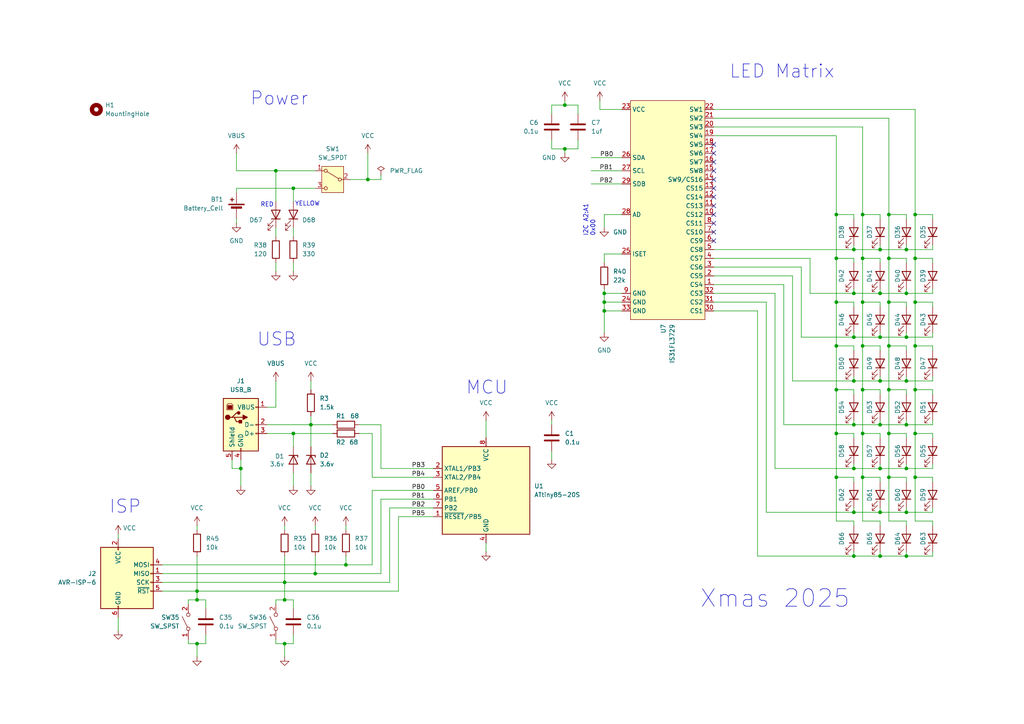
<source format=kicad_sch>
(kicad_sch (version 20250114) (generator "eeschema") (generator_version "9.0")
  (paper "A4")
  (lib_symbols
    (symbol "Connector:AVR-ISP-6" (pin_names (offset 1.016))
      (property "Reference" "J2" (at -8.89 2.5401 0))
      (property "Value" "AVR-ISP-6" (at -8.89 0.0001 0))
      (symbol "AVR-ISP-6_1_1"
        (pin passive line (at -2.54 12.7 270) (length 2.54) (name "VCC") (number "2"))
        (pin passive line (at -2.54 -10.16 90) (length 2.54) (name "GND") (number "6"))
        (pin passive line (at 10.16 5.08 180) (length 2.54) (name "MOSI") (number "4"))
        (pin passive line (at 10.16 2.54 180) (length 2.54) (name "MISO") (number "1"))
        (pin passive line (at 10.16 0 180) (length 2.54) (name "SCK") (number "3"))
        (pin passive line (at 10.16 -2.54 180) (length 2.54) (name "~{RST}") (number "5"))
      )
    )
    (symbol "Connector:USB_B" (pin_names (offset 1.016))
      (property "Reference" "J1" (at 0 12.7 0))
      (property "Value" "USB_B" (at 0 10.16 0))
      (symbol "USB_B_1_1"
        (pin passive line (at -2.54 -10.16 90) (length 2.54) (name "Shield") (number "5"))
        (pin power_out line (at 0 -10.16 90) (length 2.54) (name "GND") (number "4"))
        (pin power_out line (at 7.62 5.08 180) (length 2.54) (name "VBUS") (number "1"))
        (pin bidirectional line (at 7.62 0 180) (length 2.54) (name "D-") (number "2"))
        (pin bidirectional line (at 7.62 -2.54 180) (length 2.54) (name "D+") (number "3"))
      )
    )
    (symbol "Device:Battery_Cell" (pin_numbers (hide yes)) (pin_names (offset 0) (hide yes))
      (property "Reference" "BT" (at 2.54 2.54 0))
      (property "Value" "Battery_Cell" (at 2.54 0 0))
      (symbol "Battery_Cell_1_1"
        (pin passive line (at 0 5.08 270) (length 2.54) (name "+") (number "1"))
        (pin passive line (at 0 -2.54 90) (length 2.54) (name "-") (number "2"))
      )
    )
    (symbol "Device:C" (pin_numbers (hide yes)) (pin_names (offset 0.254))
      (property "Reference" "C" (at 0.635 2.54 0))
      (property "Value" "C" (at 0.635 -2.54 0))
      (symbol "C_1_1"
        (pin passive line (at 0 3.81 270) (length 2.794) (name "~") (number "1"))
        (pin passive line (at 0 -3.81 90) (length 2.794) (name "~") (number "2"))
      )
    )
    (symbol "Device:D_Zener" (pin_numbers (hide yes)) (pin_names (offset 1.016) (hide yes))
      (property "Reference" "D" (at 0 2.54 0))
      (property "Value" "D_Zener" (at 0 -2.54 0))
      (symbol "D_Zener_1_1"
        (pin passive line (at -3.81 0 0) (length 2.54) (name "K") (number "1"))
        (pin passive line (at 3.81 0 180) (length 2.54) (name "A") (number "2"))
      )
    )
    (symbol "Device:LED" (pin_numbers (hide yes)) (pin_names (offset 1.016) (hide yes))
      (property "Reference" "D" (at 0 2.54 0))
      (property "Value" "LED" (at 0 -2.54 0))
      (symbol "LED_1_1"
        (pin passive line (at -3.81 0 0) (length 2.54) (name "K") (number "1"))
        (pin passive line (at 3.81 0 180) (length 2.54) (name "A") (number "2"))
      )
    )
    (symbol "Device:R" (pin_numbers (hide yes)) (pin_names (offset 0))
      (property "Reference" "R" (at 2.032 0 90))
      (property "Value" "R" (at 0 0 90))
      (symbol "R_1_1"
        (pin passive line (at 0 3.81 270) (length 1.27) (name "~") (number "1"))
        (pin passive line (at 0 -3.81 90) (length 1.27) (name "~") (number "2"))
      )
    )
    (symbol "IS31FL3729_1"
      (property "Reference" "U2" (at -1.905 -34.29 90))
      (property "Value" "IS31FL3729" (at 0.635 -34.29 90))
      (symbol "IS31FL3729_1_1_1"
        (pin power_in line (at -13.97 27.94 0) (length 2.54) (name "VCC") (number "23"))
        (pin input line (at -13.97 13.97 0) (length 2.54) (name "SDA") (number "26"))
        (pin input line (at -13.97 10.16 0) (length 2.54) (name "SCL") (number "27"))
        (pin input line (at -13.97 6.35 0) (length 2.54) (name "SDB") (number "29"))
        (pin input line (at -13.97 -2.54 0) (length 2.54) (name "AD") (number "28"))
        (pin input line (at -13.97 -13.97 0) (length 2.54) (name "ISET") (number "25"))
        (pin power_in line (at -13.97 -25.4 0) (length 2.54) (name "GND") (number "9"))
        (pin power_in line (at -13.97 -27.94 0) (length 2.54) (name "GND") (number "24"))
        (pin power_in line (at -13.97 -30.48 0) (length 2.54) (name "GND") (number "33"))
        (pin output line (at 12.7 27.94 180) (length 2.54) (name "SW1") (number "22"))
        (pin output line (at 12.7 25.4 180) (length 2.54) (name "SW2") (number "21"))
        (pin output line (at 12.7 22.86 180) (length 2.54) (name "SW3") (number "20"))
        (pin output line (at 12.7 20.32 180) (length 2.54) (name "SW4") (number "19"))
        (pin output line (at 12.7 17.78 180) (length 2.54) (name "SW5") (number "18"))
        (pin output line (at 12.7 15.24 180) (length 2.54) (name "SW6") (number "17"))
        (pin output line (at 12.7 12.7 180) (length 2.54) (name "SW7") (number "16"))
        (pin output line (at 12.7 10.16 180) (length 2.54) (name "SW8") (number "15"))
        (pin output line (at 12.7 7.62 180) (length 2.54) (name "SW9/CS16") (number "14"))
        (pin output line (at 12.7 5.08 180) (length 2.54) (name "CS15") (number "13"))
        (pin output line (at 12.7 2.54 180) (length 2.54) (name "CS14") (number "12"))
        (pin output line (at 12.7 0 180) (length 2.54) (name "CS13") (number "11"))
        (pin output line (at 12.7 -2.54 180) (length 2.54) (name "CS12") (number "10"))
        (pin output line (at 12.7 -5.08 180) (length 2.54) (name "CS11") (number "8"))
        (pin output line (at 12.7 -7.62 180) (length 2.54) (name "CS10") (number "7"))
        (pin output line (at 12.7 -10.16 180) (length 2.54) (name "CS9") (number "6"))
        (pin output line (at 12.7 -12.7 180) (length 2.54) (name "CS8") (number "5"))
        (pin output line (at 12.7 -15.24 180) (length 2.54) (name "CS7") (number "4"))
        (pin output line (at 12.7 -17.78 180) (length 2.54) (name "CS6") (number "3"))
        (pin output line (at 12.7 -20.32 180) (length 2.54) (name "CS5") (number "2"))
        (pin output line (at 12.7 -22.86 180) (length 2.54) (name "CS4") (number "1"))
        (pin output line (at 12.7 -25.4 180) (length 2.54) (name "CS3") (number "32"))
        (pin output line (at 12.7 -27.94 180) (length 2.54) (name "CS2") (number "31"))
        (pin output line (at 12.7 -30.48 180) (length 2.54) (name "CS1") (number "30"))
      )
    )
    (symbol "MCU_Microchip_ATtiny:ATtiny85-20S"
      (property "Reference" "U1" (at -13.97 1.2701 0))
      (property "Value" "ATtiny85-20S" (at -13.97 -1.2699 0))
      (symbol "ATtiny85-20S_1_1"
        (pin power_in line (at 0 15.24 270) (length 2.54) (name "VCC") (number "8"))
        (pin power_in line (at 0 -15.24 90) (length 2.54) (name "GND") (number "4"))
        (pin bidirectional line (at 15.24 6.35 180) (length 2.54) (name "XTAL1/PB3") (number "2"))
        (pin bidirectional line (at 15.24 3.81 180) (length 2.54) (name "XTAL2/PB4") (number "3"))
        (pin bidirectional line (at 15.24 0 180) (length 2.54) (name "AREF/PB0") (number "5"))
        (pin bidirectional line (at 15.24 -2.54 180) (length 2.54) (name "PB1") (number "6"))
        (pin bidirectional line (at 15.24 -5.08 180) (length 2.54) (name "PB2") (number "7"))
        (pin bidirectional line (at 15.24 -7.62 180) (length 2.54) (name "~{RESET}/PB5") (number "1"))
      )
    )
    (symbol "Mechanical:MountingHole" (pin_names (offset 1.016)) (in_bom no)
      (property "Reference" "H" (at 0 5.08 0))
      (property "Value" "MountingHole" (at 0 3.175 0))
    )
    (symbol "Switch:SW_SPDT" (pin_names (offset 0) (hide yes))
      (property "Reference" "SW" (at 0 5.08 0))
      (property "Value" "SW_SPDT" (at 0 -5.08 0))
      (symbol "SW_SPDT_1_1"
        (pin passive line (at -5.08 0 0) (length 2.54) (name "B") (number "2"))
        (pin passive line (at 5.08 2.54 180) (length 2.54) (name "A") (number "1"))
        (pin passive line (at 5.08 -2.54 180) (length 2.54) (name "C") (number "3"))
      )
    )
    (symbol "Switch:SW_SPST" (pin_names (offset 0) (hide yes))
      (property "Reference" "SW" (at 0 3.175 0))
      (property "Value" "SW_SPST" (at 0 -2.54 0))
      (symbol "SW_SPST_1_1"
        (pin passive line (at -5.08 0 0) (length 2.54) (name "A") (number "1"))
        (pin passive line (at 5.08 0 180) (length 2.54) (name "B") (number "2"))
      )
    )
    (symbol "power:GND" (power) (pin_numbers (hide yes)) (pin_names (offset 0) (hide yes))
      (property "Value" "GND" (at 0 -3.81 0))
      (symbol "GND_1_1"
        (pin power_in line (at 0 0 270) (length 0) (name "~") (number "1"))
      )
    )
    (symbol "power:PWR_FLAG" (power) (pin_numbers (hide yes)) (pin_names (offset 0) (hide yes))
      (property "Value" "PWR_FLAG" (at 0 3.81 0))
      (symbol "PWR_FLAG_0_0"
        (pin power_out line (at 0 0 90) (length 0) (name "~") (number "1"))
      )
    )
    (symbol "power:VBUS" (power) (pin_numbers (hide yes)) (pin_names (offset 0) (hide yes))
      (property "Value" "VBUS" (at 0 3.556 0))
      (symbol "VBUS_1_1"
        (pin power_in line (at 0 0 90) (length 0) (name "~") (number "1"))
      )
    )
    (symbol "power:VCC" (power) (pin_numbers (hide yes)) (pin_names (offset 0) (hide yes))
      (property "Value" "VCC" (at 0 3.556 0))
      (symbol "VCC_1_1"
        (pin power_in line (at 0 0 90) (length 0) (name "~") (number "1"))
      )
    )
  )
  (text "USB" (at 80.264 98.552 0) (effects (font (size 3.81 3.81))))
  (text "Power" (at 81.026 28.702 0) (effects (font (size 3.81 3.81))))
  (text "LED Matrix" (at 226.822 20.828 0) (effects (font (size 3.81 3.81))))
  (text "ISP" (at 36.322 147.066 0) (effects (font (size 3.81 3.81))))
  (text "YELLOW" (at 89.154 59.944 0) (effects (font (size 1.27 1.27)) (justify bottom)))
  (text "RED" (at 77.47 60.198 0) (effects (font (size 1.27 1.27)) (justify bottom)))
  (text "Xmas 2025" (at 224.79 173.736 0) (effects (font (size 5.08 5.08))))
  (text "I2C A2:A1 \n0x00" (at 172.72 68.58 90) (effects (font (size 1.27 1.27)) (justify left bottom)))
  (text "MCU" (at 141.224 112.522 0) (effects (font (size 3.81 3.81))))
  (junction (at 247.65 148.59))
  (junction (at 57.15 186.69))
  (junction (at 257.81 62.23))
  (junction (at 262.89 148.59))
  (junction (at 100.33 163.83))
  (junction (at 247.65 72.39))
  (junction (at 257.81 125.73))
  (junction (at 85.09 125.73))
  (junction (at 265.43 113.03))
  (junction (at 82.55 186.69))
  (junction (at 175.26 85.09))
  (junction (at 257.81 100.33))
  (junction (at 250.19 138.43))
  (junction (at 247.65 97.79))
  (junction (at 257.81 87.63))
  (junction (at 250.19 74.93))
  (junction (at 163.83 30.48))
  (junction (at 262.89 97.79))
  (junction (at 242.57 113.03))
  (junction (at 250.19 113.03))
  (junction (at 69.85 135.89))
  (junction (at 242.57 100.33))
  (junction (at 265.43 74.93))
  (junction (at 242.57 138.43))
  (junction (at 242.57 62.23))
  (junction (at 250.19 87.63))
  (junction (at 257.81 138.43))
  (junction (at 250.19 125.73))
  (junction (at 247.65 85.09))
  (junction (at 85.09 54.61))
  (junction (at 262.89 161.29))
  (junction (at 262.89 110.49))
  (junction (at 255.27 135.89))
  (junction (at 247.65 135.89))
  (junction (at 90.17 123.19))
  (junction (at 255.27 110.49))
  (junction (at 91.44 166.37))
  (junction (at 250.19 62.23))
  (junction (at 255.27 123.19))
  (junction (at 80.01 49.53))
  (junction (at 242.57 87.63))
  (junction (at 257.81 113.03))
  (junction (at 163.83 43.18))
  (junction (at 255.27 148.59))
  (junction (at 57.15 173.99))
  (junction (at 82.55 173.99))
  (junction (at 265.43 125.73))
  (junction (at 257.81 74.93))
  (junction (at 255.27 97.79))
  (junction (at 265.43 100.33))
  (junction (at 255.27 72.39))
  (junction (at 265.43 87.63))
  (junction (at 57.15 171.45))
  (junction (at 262.89 72.39))
  (junction (at 262.89 85.09))
  (junction (at 265.43 138.43))
  (junction (at 247.65 110.49))
  (junction (at 242.57 125.73))
  (junction (at 106.68 52.07))
  (junction (at 255.27 85.09))
  (junction (at 262.89 123.19))
  (junction (at 242.57 74.93))
  (junction (at 250.19 100.33))
  (junction (at 255.27 161.29))
  (junction (at 82.55 168.91))
  (junction (at 175.26 90.17))
  (junction (at 265.43 62.23))
  (junction (at 175.26 87.63))
  (junction (at 247.65 161.29))
  (junction (at 262.89 135.89))
  (junction (at 247.65 123.19))
  (no_connect (at 207.01 62.23))
  (no_connect (at 207.01 46.99))
  (no_connect (at 207.01 67.31))
  (no_connect (at 207.01 52.07))
  (no_connect (at 207.01 64.77))
  (no_connect (at 207.01 59.69))
  (no_connect (at 207.01 69.85))
  (no_connect (at 207.01 44.45))
  (no_connect (at 207.01 49.53))
  (no_connect (at 207.01 57.15))
  (no_connect (at 207.01 54.61))
  (no_connect (at 207.01 41.91))
  (wire (pts (xy 57.15 171.45) (xy 46.99 171.45)))
  (wire (pts (xy 270.51 113.03) (xy 265.43 113.03)))
  (wire (pts (xy 262.89 114.3) (xy 262.89 113.03)))
  (wire (pts (xy 255.27 125.73) (xy 250.19 125.73)))
  (wire (pts (xy 110.49 123.19) (xy 104.14 123.19)))
  (wire (pts (xy 110.49 50.8) (xy 110.49 52.07)))
  (wire (pts (xy 80.01 49.53) (xy 68.58 49.53)))
  (wire (pts (xy 250.19 125.73) (xy 250.19 138.43)))
  (wire (pts (xy 247.65 160.02) (xy 247.65 161.29)))
  (wire (pts (xy 163.83 30.48) (xy 167.64 30.48)))
  (wire (pts (xy 101.6 52.07) (xy 106.68 52.07)))
  (wire (pts (xy 270.51 76.2) (xy 270.51 74.93)))
  (wire (pts (xy 207.01 77.47) (xy 232.41 77.47)))
  (wire (pts (xy 257.81 87.63) (xy 257.81 100.33)))
  (wire (pts (xy 270.51 114.3) (xy 270.51 113.03)))
  (wire (pts (xy 107.95 138.43) (xy 125.73 138.43)))
  (wire (pts (xy 80.01 66.04) (xy 80.01 68.58)))
  (wire (pts (xy 270.51 83.82) (xy 270.51 85.09)))
  (wire (pts (xy 107.95 125.73) (xy 107.95 138.43)))
  (wire (pts (xy 265.43 74.93) (xy 265.43 87.63)))
  (wire (pts (xy 255.27 134.62) (xy 255.27 135.89)))
  (wire (pts (xy 250.19 100.33) (xy 250.19 113.03)))
  (wire (pts (xy 262.89 96.52) (xy 262.89 97.79)))
  (wire (pts (xy 262.89 62.23) (xy 257.81 62.23)))
  (wire (pts (xy 250.19 62.23) (xy 255.27 62.23)))
  (wire (pts (xy 175.26 90.17) (xy 175.26 87.63)))
  (wire (pts (xy 247.65 135.89) (xy 255.27 135.89)))
  (wire (pts (xy 85.09 125.73) (xy 77.47 125.73)))
  (wire (pts (xy 255.27 138.43) (xy 250.19 138.43)))
  (wire (pts (xy 227.33 123.19) (xy 247.65 123.19)))
  (wire (pts (xy 113.03 147.32) (xy 113.03 168.91)))
  (wire (pts (xy 247.65 101.6) (xy 247.65 100.33)))
  (wire (pts (xy 242.57 39.37) (xy 242.57 62.23)))
  (wire (pts (xy 107.95 163.83) (xy 100.33 163.83)))
  (wire (pts (xy 262.89 125.73) (xy 257.81 125.73)))
  (wire (pts (xy 262.89 134.62) (xy 262.89 135.89)))
  (wire (pts (xy 227.33 82.55) (xy 227.33 123.19)))
  (wire (pts (xy 262.89 152.4) (xy 262.89 151.13)))
  (wire (pts (xy 262.89 151.13) (xy 257.81 151.13)))
  (wire (pts (xy 262.89 147.32) (xy 262.89 148.59)))
  (wire (pts (xy 270.51 101.6) (xy 270.51 100.33)))
  (wire (pts (xy 270.51 160.02) (xy 270.51 161.29)))
  (wire (pts (xy 82.55 152.4) (xy 82.55 153.67)))
  (wire (pts (xy 110.49 166.37) (xy 91.44 166.37)))
  (wire (pts (xy 247.65 87.63) (xy 242.57 87.63)))
  (wire (pts (xy 80.01 110.49) (xy 80.01 118.11)))
  (wire (pts (xy 255.27 85.09) (xy 262.89 85.09)))
  (wire (pts (xy 160.02 130.81) (xy 160.02 133.35)))
  (wire (pts (xy 255.27 74.93) (xy 250.19 74.93)))
  (wire (pts (xy 91.44 166.37) (xy 46.99 166.37)))
  (wire (pts (xy 175.26 85.09) (xy 175.26 83.82)))
  (wire (pts (xy 82.55 186.69) (xy 85.09 186.69)))
  (wire (pts (xy 270.51 62.23) (xy 265.43 62.23)))
  (wire (pts (xy 255.27 127) (xy 255.27 125.73)))
  (wire (pts (xy 80.01 186.69) (xy 82.55 186.69)))
  (wire (pts (xy 270.51 134.62) (xy 270.51 135.89)))
  (wire (pts (xy 262.89 113.03) (xy 257.81 113.03)))
  (wire (pts (xy 34.29 154.94) (xy 34.29 156.21)))
  (wire (pts (xy 270.51 71.12) (xy 270.51 72.39)))
  (wire (pts (xy 59.69 186.69) (xy 57.15 186.69)))
  (wire (pts (xy 100.33 152.4) (xy 100.33 153.67)))
  (wire (pts (xy 242.57 62.23) (xy 242.57 74.93)))
  (wire (pts (xy 229.87 80.01) (xy 229.87 110.49)))
  (wire (pts (xy 242.57 138.43) (xy 242.57 151.13)))
  (wire (pts (xy 262.89 161.29) (xy 270.51 161.29)))
  (wire (pts (xy 110.49 135.89) (xy 110.49 123.19)))
  (wire (pts (xy 219.71 161.29) (xy 247.65 161.29)))
  (wire (pts (xy 247.65 63.5) (xy 247.65 62.23)))
  (wire (pts (xy 59.69 184.15) (xy 59.69 186.69)))
  (wire (pts (xy 242.57 100.33) (xy 242.57 113.03)))
  (wire (pts (xy 247.65 148.59) (xy 255.27 148.59)))
  (wire (pts (xy 160.02 30.48) (xy 163.83 30.48)))
  (wire (pts (xy 247.65 110.49) (xy 255.27 110.49)))
  (wire (pts (xy 242.57 125.73) (xy 242.57 138.43)))
  (wire (pts (xy 247.65 138.43) (xy 242.57 138.43)))
  (wire (pts (xy 125.73 147.32) (xy 113.03 147.32)))
  (wire (pts (xy 175.26 90.17) (xy 180.34 90.17)))
  (wire (pts (xy 222.25 87.63) (xy 222.25 148.59)))
  (wire (pts (xy 163.83 29.21) (xy 163.83 30.48)))
  (wire (pts (xy 34.29 179.07) (xy 34.29 182.88)))
  (wire (pts (xy 247.65 72.39) (xy 255.27 72.39)))
  (wire (pts (xy 247.65 62.23) (xy 242.57 62.23)))
  (wire (pts (xy 85.09 54.61) (xy 91.44 54.61)))
  (wire (pts (xy 255.27 97.79) (xy 262.89 97.79)))
  (wire (pts (xy 57.15 173.99) (xy 59.69 173.99)))
  (wire (pts (xy 67.31 133.35) (xy 67.31 135.89)))
  (wire (pts (xy 270.51 147.32) (xy 270.51 148.59)))
  (wire (pts (xy 91.44 161.29) (xy 91.44 166.37)))
  (wire (pts (xy 234.95 85.09) (xy 247.65 85.09)))
  (wire (pts (xy 250.19 125.73) (xy 250.19 113.03)))
  (wire (pts (xy 90.17 137.16) (xy 90.17 140.97)))
  (wire (pts (xy 255.27 160.02) (xy 255.27 161.29)))
  (wire (pts (xy 175.26 87.63) (xy 175.26 85.09)))
  (wire (pts (xy 106.68 52.07) (xy 110.49 52.07)))
  (wire (pts (xy 265.43 138.43) (xy 265.43 151.13)))
  (wire (pts (xy 247.65 83.82) (xy 247.65 85.09)))
  (wire (pts (xy 255.27 147.32) (xy 255.27 148.59)))
  (wire (pts (xy 207.01 87.63) (xy 222.25 87.63)))
  (wire (pts (xy 257.81 113.03) (xy 257.81 125.73)))
  (wire (pts (xy 262.89 160.02) (xy 262.89 161.29)))
  (wire (pts (xy 224.79 135.89) (xy 247.65 135.89)))
  (wire (pts (xy 68.58 63.5) (xy 68.58 64.77)))
  (wire (pts (xy 207.01 90.17) (xy 219.71 90.17)))
  (wire (pts (xy 57.15 171.45) (xy 57.15 173.99)))
  (wire (pts (xy 85.09 125.73) (xy 96.52 125.73)))
  (wire (pts (xy 255.27 71.12) (xy 255.27 72.39)))
  (wire (pts (xy 175.26 73.66) (xy 180.34 73.66)))
  (wire (pts (xy 247.65 71.12) (xy 247.65 72.39)))
  (wire (pts (xy 125.73 135.89) (xy 110.49 135.89)))
  (wire (pts (xy 207.01 36.83) (xy 250.19 36.83)))
  (wire (pts (xy 59.69 173.99) (xy 59.69 176.53)))
  (wire (pts (xy 265.43 31.75) (xy 265.43 62.23)))
  (wire (pts (xy 140.97 121.92) (xy 140.97 127)))
  (wire (pts (xy 125.73 142.24) (xy 107.95 142.24)))
  (wire (pts (xy 167.64 30.48) (xy 167.64 33.02)))
  (wire (pts (xy 262.89 139.7) (xy 262.89 138.43)))
  (wire (pts (xy 265.43 62.23) (xy 265.43 74.93)))
  (wire (pts (xy 262.89 97.79) (xy 270.51 97.79)))
  (wire (pts (xy 255.27 83.82) (xy 255.27 85.09)))
  (wire (pts (xy 90.17 110.49) (xy 90.17 113.03)))
  (wire (pts (xy 255.27 135.89) (xy 262.89 135.89)))
  (wire (pts (xy 85.09 66.04) (xy 85.09 68.58)))
  (wire (pts (xy 224.79 85.09) (xy 224.79 135.89)))
  (wire (pts (xy 265.43 100.33) (xy 265.43 113.03)))
  (wire (pts (xy 57.15 186.69) (xy 57.15 190.5)))
  (wire (pts (xy 270.51 96.52) (xy 270.51 97.79)))
  (wire (pts (xy 234.95 74.93) (xy 234.95 85.09)))
  (wire (pts (xy 270.51 152.4) (xy 270.51 151.13)))
  (wire (pts (xy 262.89 87.63) (xy 257.81 87.63)))
  (wire (pts (xy 262.89 148.59) (xy 270.51 148.59)))
  (wire (pts (xy 255.27 109.22) (xy 255.27 110.49)))
  (wire (pts (xy 160.02 123.19) (xy 160.02 121.92)))
  (wire (pts (xy 262.89 127) (xy 262.89 125.73)))
  (wire (pts (xy 173.99 29.21) (xy 173.99 31.75)))
  (wire (pts (xy 247.65 114.3) (xy 247.65 113.03)))
  (wire (pts (xy 270.51 74.93) (xy 265.43 74.93)))
  (wire (pts (xy 232.41 97.79) (xy 247.65 97.79)))
  (wire (pts (xy 247.65 161.29) (xy 255.27 161.29)))
  (wire (pts (xy 171.45 53.34) (xy 180.34 53.34)))
  (wire (pts (xy 107.95 142.24) (xy 107.95 163.83)))
  (wire (pts (xy 262.89 71.12) (xy 262.89 72.39)))
  (wire (pts (xy 257.81 34.29) (xy 257.81 62.23)))
  (wire (pts (xy 54.61 185.42) (xy 54.61 186.69)))
  (wire (pts (xy 90.17 123.19) (xy 90.17 129.54)))
  (wire (pts (xy 250.19 74.93) (xy 250.19 62.23)))
  (wire (pts (xy 255.27 72.39) (xy 262.89 72.39)))
  (wire (pts (xy 255.27 114.3) (xy 255.27 113.03)))
  (wire (pts (xy 247.65 76.2) (xy 247.65 74.93)))
  (wire (pts (xy 90.17 123.19) (xy 96.52 123.19)))
  (wire (pts (xy 85.09 54.61) (xy 85.09 58.42)))
  (wire (pts (xy 255.27 87.63) (xy 250.19 87.63)))
  (wire (pts (xy 85.09 173.99) (xy 85.09 176.53)))
  (wire (pts (xy 255.27 123.19) (xy 262.89 123.19)))
  (wire (pts (xy 90.17 120.65) (xy 90.17 123.19)))
  (wire (pts (xy 57.15 152.4) (xy 57.15 153.67)))
  (wire (pts (xy 270.51 109.22) (xy 270.51 110.49)))
  (wire (pts (xy 82.55 186.69) (xy 82.55 190.5)))
  (wire (pts (xy 54.61 186.69) (xy 57.15 186.69)))
  (wire (pts (xy 247.65 147.32) (xy 247.65 148.59)))
  (wire (pts (xy 262.89 74.93) (xy 257.81 74.93)))
  (wire (pts (xy 100.33 163.83) (xy 46.99 163.83)))
  (wire (pts (xy 247.65 97.79) (xy 255.27 97.79)))
  (wire (pts (xy 262.89 76.2) (xy 262.89 74.93)))
  (wire (pts (xy 247.65 123.19) (xy 255.27 123.19)))
  (wire (pts (xy 247.65 109.22) (xy 247.65 110.49)))
  (wire (pts (xy 262.89 101.6) (xy 262.89 100.33)))
  (wire (pts (xy 80.01 175.26) (xy 80.01 173.99)))
  (wire (pts (xy 82.55 168.91) (xy 46.99 168.91)))
  (wire (pts (xy 104.14 125.73) (xy 107.95 125.73)))
  (wire (pts (xy 207.01 80.01) (xy 229.87 80.01)))
  (wire (pts (xy 270.51 138.43) (xy 265.43 138.43)))
  (wire (pts (xy 80.01 186.69) (xy 80.01 185.42)))
  (wire (pts (xy 247.65 134.62) (xy 247.65 135.89)))
  (wire (pts (xy 247.65 125.73) (xy 242.57 125.73)))
  (wire (pts (xy 160.02 40.64) (xy 160.02 43.18)))
  (wire (pts (xy 77.47 123.19) (xy 90.17 123.19)))
  (wire (pts (xy 262.89 63.5) (xy 262.89 62.23)))
  (wire (pts (xy 125.73 149.86) (xy 115.57 149.86)))
  (wire (pts (xy 207.01 85.09) (xy 224.79 85.09)))
  (wire (pts (xy 82.55 168.91) (xy 82.55 173.99)))
  (wire (pts (xy 257.81 125.73) (xy 257.81 138.43)))
  (wire (pts (xy 180.34 62.23) (xy 175.26 62.23)))
  (wire (pts (xy 255.27 100.33) (xy 250.19 100.33)))
  (wire (pts (xy 262.89 110.49) (xy 270.51 110.49)))
  (wire (pts (xy 173.99 31.75) (xy 180.34 31.75)))
  (wire (pts (xy 247.65 88.9) (xy 247.65 87.63)))
  (wire (pts (xy 207.01 31.75) (xy 265.43 31.75)))
  (wire (pts (xy 80.01 49.53) (xy 80.01 58.42)))
  (wire (pts (xy 255.27 139.7) (xy 255.27 138.43)))
  (wire (pts (xy 247.65 96.52) (xy 247.65 97.79)))
  (wire (pts (xy 106.68 52.07) (xy 106.68 44.45)))
  (wire (pts (xy 207.01 34.29) (xy 257.81 34.29)))
  (wire (pts (xy 160.02 43.18) (xy 163.83 43.18)))
  (wire (pts (xy 207.01 39.37) (xy 242.57 39.37)))
  (wire (pts (xy 262.89 138.43) (xy 257.81 138.43)))
  (wire (pts (xy 270.51 63.5) (xy 270.51 62.23)))
  (wire (pts (xy 229.87 110.49) (xy 247.65 110.49)))
  (wire (pts (xy 255.27 148.59) (xy 262.89 148.59)))
  (wire (pts (xy 69.85 133.35) (xy 69.85 135.89)))
  (wire (pts (xy 80.01 76.2) (xy 80.01 78.74)))
  (wire (pts (xy 270.51 151.13) (xy 265.43 151.13)))
  (wire (pts (xy 69.85 135.89) (xy 69.85 140.97)))
  (wire (pts (xy 262.89 121.92) (xy 262.89 123.19)))
  (wire (pts (xy 163.83 43.18) (xy 167.64 43.18)))
  (wire (pts (xy 80.01 173.99) (xy 82.55 173.99)))
  (wire (pts (xy 250.19 138.43) (xy 250.19 151.13)))
  (wire (pts (xy 85.09 76.2) (xy 85.09 78.74)))
  (wire (pts (xy 125.73 144.78) (xy 110.49 144.78)))
  (wire (pts (xy 175.26 76.2) (xy 175.26 73.66)))
  (wire (pts (xy 247.65 113.03) (xy 242.57 113.03)))
  (wire (pts (xy 255.27 152.4) (xy 255.27 151.13)))
  (wire (pts (xy 255.27 121.92) (xy 255.27 123.19)))
  (wire (pts (xy 262.89 135.89) (xy 270.51 135.89)))
  (wire (pts (xy 82.55 173.99) (xy 85.09 173.99)))
  (wire (pts (xy 257.81 62.23) (xy 257.81 74.93)))
  (wire (pts (xy 242.57 87.63) (xy 242.57 100.33)))
  (wire (pts (xy 255.27 101.6) (xy 255.27 100.33)))
  (wire (pts (xy 222.25 148.59) (xy 247.65 148.59)))
  (wire (pts (xy 82.55 161.29) (xy 82.55 168.91)))
  (wire (pts (xy 232.41 77.47) (xy 232.41 97.79)))
  (wire (pts (xy 247.65 139.7) (xy 247.65 138.43)))
  (wire (pts (xy 82.55 168.91) (xy 113.03 168.91)))
  (wire (pts (xy 270.51 88.9) (xy 270.51 87.63)))
  (wire (pts (xy 167.64 40.64) (xy 167.64 43.18)))
  (wire (pts (xy 255.27 161.29) (xy 262.89 161.29)))
  (wire (pts (xy 270.51 87.63) (xy 265.43 87.63)))
  (wire (pts (xy 91.44 49.53) (xy 80.01 49.53)))
  (wire (pts (xy 85.09 184.15) (xy 85.09 186.69)))
  (wire (pts (xy 57.15 161.29) (xy 57.15 171.45)))
  (wire (pts (xy 91.44 152.4) (xy 91.44 153.67)))
  (wire (pts (xy 247.65 85.09) (xy 255.27 85.09)))
  (wire (pts (xy 265.43 87.63) (xy 265.43 100.33)))
  (wire (pts (xy 255.27 151.13) (xy 250.19 151.13)))
  (wire (pts (xy 247.65 152.4) (xy 247.65 151.13)))
  (wire (pts (xy 270.51 139.7) (xy 270.51 138.43)))
  (wire (pts (xy 160.02 30.48) (xy 160.02 33.02)))
  (wire (pts (xy 110.49 144.78) (xy 110.49 166.37)))
  (wire (pts (xy 247.65 121.92) (xy 247.65 123.19)))
  (wire (pts (xy 262.89 72.39) (xy 270.51 72.39)))
  (wire (pts (xy 207.01 82.55) (xy 227.33 82.55)))
  (wire (pts (xy 67.31 135.89) (xy 69.85 135.89)))
  (wire (pts (xy 85.09 137.16) (xy 85.09 140.97)))
  (wire (pts (xy 270.51 127) (xy 270.51 125.73)))
  (wire (pts (xy 255.27 76.2) (xy 255.27 74.93)))
  (wire (pts (xy 255.27 88.9) (xy 255.27 87.63)))
  (wire (pts (xy 175.26 85.09) (xy 180.34 85.09)))
  (wire (pts (xy 257.81 100.33) (xy 257.81 113.03)))
  (wire (pts (xy 207.01 74.93) (xy 234.95 74.93)))
  (wire (pts (xy 250.19 36.83) (xy 250.19 62.23)))
  (wire (pts (xy 54.61 173.99) (xy 57.15 173.99)))
  (wire (pts (xy 242.57 74.93) (xy 242.57 87.63)))
  (wire (pts (xy 270.51 100.33) (xy 265.43 100.33)))
  (wire (pts (xy 175.26 87.63) (xy 180.34 87.63)))
  (wire (pts (xy 250.19 87.63) (xy 250.19 100.33)))
  (wire (pts (xy 207.01 72.39) (xy 247.65 72.39)))
  (wire (pts (xy 255.27 63.5) (xy 255.27 62.23)))
  (wire (pts (xy 77.47 118.11) (xy 80.01 118.11)))
  (wire (pts (xy 100.33 161.29) (xy 100.33 163.83)))
  (wire (pts (xy 262.89 123.19) (xy 270.51 123.19)))
  (wire (pts (xy 247.65 100.33) (xy 242.57 100.33)))
  (wire (pts (xy 270.51 121.92) (xy 270.51 123.19)))
  (wire (pts (xy 262.89 109.22) (xy 262.89 110.49)))
  (wire (pts (xy 262.89 83.82) (xy 262.89 85.09)))
  (wire (pts (xy 85.09 125.73) (xy 85.09 129.54)))
  (wire (pts (xy 262.89 88.9) (xy 262.89 87.63)))
  (wire (pts (xy 68.58 49.53) (xy 68.58 44.45)))
  (wire (pts (xy 257.81 74.93) (xy 257.81 87.63)))
  (wire (pts (xy 163.83 43.18) (xy 163.83 44.45)))
  (wire (pts (xy 250.19 74.93) (xy 250.19 87.63)))
  (wire (pts (xy 175.26 62.23) (xy 175.26 66.04)))
  (wire (pts (xy 171.45 49.53) (xy 180.34 49.53)))
  (wire (pts (xy 265.43 125.73) (xy 265.43 138.43)))
  (wire (pts (xy 54.61 175.26) (xy 54.61 173.99)))
  (wire (pts (xy 270.51 125.73) (xy 265.43 125.73)))
  (wire (pts (xy 242.57 113.03) (xy 242.57 125.73)))
  (wire (pts (xy 219.71 161.29) (xy 219.71 90.17)))
  (wire (pts (xy 68.58 54.61) (xy 68.58 55.88)))
  (wire (pts (xy 115.57 149.86) (xy 115.57 171.45)))
  (wire (pts (xy 255.27 113.03) (xy 250.19 113.03)))
  (wire (pts (xy 175.26 90.17) (xy 175.26 96.52)))
  (wire (pts (xy 262.89 100.33) (xy 257.81 100.33)))
  (wire (pts (xy 247.65 151.13) (xy 242.57 151.13)))
  (wire (pts (xy 255.27 96.52) (xy 255.27 97.79)))
  (wire (pts (xy 247.65 74.93) (xy 242.57 74.93)))
  (wire (pts (xy 68.58 54.61) (xy 85.09 54.61)))
  (wire (pts (xy 262.89 85.09) (xy 270.51 85.09)))
  (wire (pts (xy 257.81 138.43) (xy 257.81 151.13)))
  (wire (pts (xy 57.15 171.45) (xy 115.57 171.45)))
  (wire (pts (xy 140.97 157.48) (xy 140.97 160.02)))
  (wire (pts (xy 171.45 45.72) (xy 180.34 45.72)))
  (wire (pts (xy 247.65 127) (xy 247.65 125.73)))
  (wire (pts (xy 255.27 110.49) (xy 262.89 110.49)))
  (wire (pts (xy 265.43 113.03) (xy 265.43 125.73)))
  (label "PB0" (at 173.99 45.72 0))
  (label "PB5" (at 119.38 149.86 0))
  (label "PB4" (at 119.38 138.43 0))
  (label "PB3" (at 119.38 135.89 0))
  (label "PB1" (at 119.38 144.78 0))
  (label "PB0" (at 119.38 142.24 0))
  (label "PB2" (at 177.8 53.34 180))
  (label "PB2" (at 119.38 147.32 0))
  (label "PB1" (at 177.8 49.53 180))
  (symbol (lib_id "power:VCC") (at 90.17 110.49 0) (unit 1)
    (property "Reference" "#PWR07" (effects (hide yes)))
    (property "Value" "VCC" (at 90.17 105.41 0))
    (property "Description" "Power symbol creates a global label with name \"VCC\"" (effects (hide yes)))
  )
  (symbol (lib_id "power:GND") (at 80.01 78.74 0) (unit 1)
    (property "Reference" "#PWR043" (effects (hide yes)))
    (property "Value" "GND" (effects (hide yes)))
    (property "Description" "Power symbol creates a global label with name \"GND\" , ground" (effects (hide yes)))
  )
  (symbol (lib_id "Device:D_Zener") (at 90.17 133.35 270) (unit 1)
    (property "Reference" "D2" (at 92.71 132.0799 90) (effects (justify left)))
    (property "Value" "3.6v" (at 92.71 134.6199 90) (effects (justify left)))
    (property "Footprint" "Diode_SMD:D_SOD-123" (effects (hide yes)))
    (property "Description" "Zener diode" (effects (hide yes)))
  )
  (symbol (lib_id "Device:R") (at 80.01 72.39 180) (unit 1)
    (property "Reference" "R38" (at 77.47 71.1199 0) (effects (justify left)))
    (property "Value" "120" (at 77.47 73.6599 0) (effects (justify left)))
    (property "Footprint" "Resistor_SMD:R_0402_1005Metric" (effects (hide yes)))
    (property "Description" "Resistor" (effects (hide yes)))
  )
  (symbol (lib_id "Switch:SW_SPST") (at 54.61 180.34 90) (unit 1)
    (property "Reference" "SW35" (at 52.07 179.0699 90) (effects (justify left)))
    (property "Value" "SW_SPST" (at 52.07 181.6099 90) (effects (justify left)))
    (property "Footprint" "Button_Switch_SMD:SW_Push_1P1T_XKB_TS-1187A" (effects (hide yes)))
    (property "Description" "Single Pole Single Throw (SPST) switch" (effects (hide yes)))
  )
  (symbol (lib_id "Device:R") (at 57.15 157.48 180) (unit 1)
    (property "Reference" "R45" (at 59.69 156.2099 0) (effects (justify right)))
    (property "Value" "10k" (at 59.69 158.7499 0) (effects (justify right)))
    (property "Footprint" "Resistor_SMD:R_0402_1005Metric" (effects (hide yes)))
    (property "Description" "Resistor" (effects (hide yes)))
  )
  (symbol (lib_id "Device:R") (at 175.26 80.01 180) (unit 1)
    (property "Reference" "R40" (at 177.8 78.7399 0) (effects (justify right)))
    (property "Value" "22k" (at 177.8 81.2799 0) (effects (justify right)))
    (property "Footprint" "Resistor_SMD:R_0402_1005Metric" (effects (hide yes)))
  )
  (symbol (lib_id "power:VCC") (at 57.15 152.4 0) (unit 1)
    (property "Reference" "#PWR039" (effects (hide yes)))
    (property "Value" "VCC" (at 57.15 147.32 0))
    (property "Description" "Power symbol creates a global label with name \"VCC\"" (effects (hide yes)))
  )
  (symbol (lib_id "Device:LED") (at 270.51 67.31 270) (mirror x) (unit 1)
    (property "Reference" "D35" (at 267.716 67.31 0))
    (property "Value" "LED" (effects (hide yes)))
    (property "Footprint" "LED_SMD:LED_0805_2012Metric" (effects (hide yes)))
  )
  (symbol (lib_id "Device:LED") (at 262.89 130.81 270) (mirror x) (unit 1)
    (property "Reference" "D56" (at 260.35 130.81 0))
    (property "Value" "LED" (effects (hide yes)))
    (property "Footprint" "LED_SMD:LED_0805_2012Metric" (effects (hide yes)))
  )
  (symbol (lib_id "power:VCC") (at 91.44 152.4 0) (unit 1)
    (property "Reference" "#PWR041" (effects (hide yes)))
    (property "Value" "VCC" (at 91.44 147.32 0))
    (property "Description" "Power symbol creates a global label with name \"VCC\"" (effects (hide yes)))
  )
  (symbol (lib_id "Device:R") (at 90.17 116.84 180) (unit 1)
    (property "Reference" "R3" (at 92.71 115.5699 0) (effects (justify right)))
    (property "Value" "1.5k" (at 92.71 118.1099 0) (effects (justify right)))
    (property "Footprint" "Resistor_SMD:R_0402_1005Metric" (effects (hide yes)))
    (property "Description" "Resistor" (effects (hide yes)))
  )
  (symbol (lib_id "Device:LED") (at 270.51 92.71 270) (mirror x) (unit 1)
    (property "Reference" "D43" (at 267.716 92.71 0))
    (property "Value" "LED" (effects (hide yes)))
    (property "Footprint" "LED_SMD:LED_0805_2012Metric" (effects (hide yes)))
  )
  (symbol (lib_id "power:VCC") (at 140.97 121.92 0) (unit 1)
    (property "Reference" "#PWR01" (effects (hide yes)))
    (property "Value" "VCC" (at 140.97 116.84 0))
    (property "Description" "Power symbol creates a global label with name \"VCC\"" (effects (hide yes)))
  )
  (symbol (lib_id "power:GND") (at 85.09 140.97 0) (unit 1)
    (property "Reference" "#PWR05" (effects (hide yes)))
    (property "Value" "GND" (effects (hide yes)))
    (property "Description" "Power symbol creates a global label with name \"GND\" , ground" (effects (hide yes)))
  )
  (symbol (lib_id "Device:LED") (at 262.89 118.11 270) (mirror x) (unit 1)
    (property "Reference" "D52" (at 260.35 118.11 0))
    (property "Value" "LED" (effects (hide yes)))
    (property "Footprint" "LED_SMD:LED_0805_2012Metric" (effects (hide yes)))
  )
  (symbol (lib_id "Device:LED") (at 80.01 62.23 270) (mirror x) (unit 1)
    (property "Reference" "D67" (at 76.2 63.8174 90) (effects (justify right)))
    (property "Value" "RED" (effects (hide yes)))
    (property "Footprint" "LED_SMD:LED_0603_1608Metric" (effects (hide yes)))
  )
  (symbol (lib_id "Device:LED") (at 255.27 67.31 270) (mirror x) (unit 1)
    (property "Reference" "D37" (at 252.222 67.31 0))
    (property "Value" "LED" (effects (hide yes)))
    (property "Footprint" "LED_SMD:LED_0805_2012Metric" (effects (hide yes)))
  )
  (symbol (lib_id "power:GND") (at 175.26 96.52 0) (unit 1)
    (property "Reference" "#PWR071" (effects (hide yes)))
    (property "Value" "GND" (at 175.26 101.6 0))
  )
  (symbol (lib_id "MCU_Microchip_ATtiny:ATtiny85-20S") (at 140.97 142.24 0) (mirror y) (unit 1)
    (property "Reference" "U1" (at 154.94 140.9699 0) (effects (justify right)))
    (property "Value" "ATtiny85-20S" (at 154.94 143.5099 0) (effects (justify right)))
    (property "Footprint" "Package_SO:SOIC-8W_5.3x5.3mm_P1.27mm" (effects (hide yes)))
    (property "Datasheet" "http://ww1.microchip.com/downloads/en/DeviceDoc/atmel-2586-avr-8-bit-microcontroller-attiny25-attiny45-attiny85_datasheet.pdf" (effects (hide yes)))
    (property "Description" "20MHz, 8kB Flash, 512B SRAM, 512B EEPROM, debugWIRE, SOIC-8W" (effects (hide yes)))
  )
  (symbol (lib_id "power:GND") (at 163.83 44.45 0) (unit 1)
    (property "Reference" "#PWR075" (effects (hide yes)))
    (property "Value" "GND" (at 161.29 45.7199 0) (effects (justify right)))
  )
  (symbol (lib_id "power:GND") (at 175.26 66.04 0) (unit 1)
    (property "Reference" "#PWR072" (effects (hide yes)))
    (property "Value" "GND" (at 177.8 67.3099 0) (effects (justify left)))
  )
  (symbol (lib_id "power:VCC") (at 163.83 29.21 0) (unit 1)
    (property "Reference" "#PWR035" (effects (hide yes)))
    (property "Value" "VCC" (at 163.83 24.13 0))
    (property "Description" "Power symbol creates a global label with name \"VCC\"" (effects (hide yes)))
  )
  (symbol (lib_id "power:GND") (at 85.09 78.74 0) (unit 1)
    (property "Reference" "#PWR044" (effects (hide yes)))
    (property "Value" "GND" (effects (hide yes)))
    (property "Description" "Power symbol creates a global label with name \"GND\" , ground" (effects (hide yes)))
  )
  (symbol (lib_id "power:GND") (at 34.29 182.88 0) (unit 1)
    (property "Reference" "#PWR09" (effects (hide yes)))
    (property "Value" "GND" (effects (hide yes)))
    (property "Description" "Power symbol creates a global label with name \"GND\" , ground" (effects (hide yes)))
  )
  (symbol (lib_id "Device:R") (at 82.55 157.48 180) (unit 1)
    (property "Reference" "R35" (at 85.09 156.2099 0) (effects (justify right)))
    (property "Value" "10k" (at 85.09 158.7499 0) (effects (justify right)))
    (property "Footprint" "Resistor_SMD:R_0402_1005Metric" (effects (hide yes)))
    (property "Description" "Resistor" (effects (hide yes)))
  )
  (symbol (lib_id "Device:LED") (at 247.65 130.81 270) (mirror x) (unit 1)
    (property "Reference" "D58" (at 244.094 130.81 0))
    (property "Value" "LED" (effects (hide yes)))
    (property "Footprint" "LED_SMD:LED_0805_2012Metric" (effects (hide yes)))
  )
  (symbol (lib_id "Device:R") (at 100.33 125.73 90) (unit 1)
    (property "Reference" "R2" (at 98.806 128.27 90))
    (property "Value" "68" (at 102.616 128.27 90))
    (property "Footprint" "Resistor_SMD:R_0402_1005Metric" (effects (hide yes)))
    (property "Description" "Resistor" (effects (hide yes)))
  )
  (symbol (lib_id "Device:LED") (at 262.89 80.01 270) (mirror x) (unit 1)
    (property "Reference" "D40" (at 260.35 80.01 0))
    (property "Value" "LED" (effects (hide yes)))
    (property "Footprint" "LED_SMD:LED_0805_2012Metric" (effects (hide yes)))
  )
  (symbol (lib_id "Device:D_Zener") (at 85.09 133.35 270) (unit 1)
    (property "Reference" "D1" (at 79.756 132.334 90) (effects (justify left)))
    (property "Value" "3.6v" (at 78.232 134.62 90) (effects (justify left)))
    (property "Footprint" "Diode_SMD:D_SOD-123" (effects (hide yes)))
    (property "Description" "Zener diode" (effects (hide yes)))
  )
  (symbol (lib_id "Device:LED") (at 270.51 156.21 270) (mirror x) (unit 1)
    (property "Reference" "D63" (at 267.716 156.21 0))
    (property "Value" "LED" (effects (hide yes)))
    (property "Footprint" "LED_SMD:LED_0805_2012Metric" (effects (hide yes)))
  )
  (symbol (lib_id "Device:LED") (at 247.65 92.71 270) (mirror x) (unit 1)
    (property "Reference" "D46" (at 244.094 92.71 0))
    (property "Value" "LED" (effects (hide yes)))
    (property "Footprint" "LED_SMD:LED_0805_2012Metric" (effects (hide yes)))
  )
  (symbol (lib_id "Switch:SW_SPST") (at 80.01 180.34 90) (unit 1)
    (property "Reference" "SW36" (at 77.47 179.0699 90) (effects (justify left)))
    (property "Value" "SW_SPST" (at 77.47 181.6099 90) (effects (justify left)))
    (property "Footprint" "Button_Switch_SMD:SW_Push_1P1T_XKB_TS-1187A" (effects (hide yes)))
    (property "Description" "Single Pole Single Throw (SPST) switch" (effects (hide yes)))
  )
  (symbol (lib_id "power:VBUS") (at 80.01 110.49 0) (unit 1)
    (property "Reference" "#PWR011" (effects (hide yes)))
    (property "Value" "VBUS" (at 80.01 105.41 0))
    (property "Description" "Power symbol creates a global label with name \"VBUS\"" (effects (hide yes)))
  )
  (symbol (lib_id "Device:LED") (at 270.51 130.81 270) (mirror x) (unit 1)
    (property "Reference" "D55" (at 267.716 130.81 0))
    (property "Value" "LED" (effects (hide yes)))
    (property "Footprint" "LED_SMD:LED_0805_2012Metric" (effects (hide yes)))
  )
  (symbol (lib_id "Device:C") (at 167.64 36.83 0) (unit 1)
    (property "Reference" "C7" (at 171.45 35.56 0) (effects (justify left)))
    (property "Value" "1uf" (at 171.45 38.1 0) (effects (justify left)))
    (property "Footprint" "Capacitor_SMD:C_0402_1005Metric" (effects (hide yes)))
  )
  (symbol (lib_id "Connector:AVR-ISP-6") (at 36.83 168.91 0) (unit 1)
    (property "Reference" "J2" (at 27.94 166.3699 0) (effects (justify right)))
    (property "Value" "AVR-ISP-6" (at 27.94 168.9099 0) (effects (justify right)))
    (property "Footprint" "Connector_PinHeader_2.54mm:PinHeader_2x03_P2.54mm_Vertical" (effects (hide yes)))
    (property "Datasheet" " ~" (effects (hide yes)))
    (property "Description" "Atmel 6-pin ISP connector" (effects (hide yes)))
  )
  (symbol (lib_id "Connector:USB_B") (at 69.85 123.19 0) (unit 1)
    (property "Reference" "J1" (at 69.85 110.49 0))
    (property "Value" "USB_B" (at 69.85 113.03 0))
    (property "Footprint" "aaronstj:CONN-USB-A-PCB-TRACES" (effects (hide yes)))
    (property "Datasheet" " ~" (effects (hide yes)))
    (property "Description" "USB Type B connector" (effects (hide yes)))
  )
  (symbol (lib_id "power:GND") (at 57.15 190.5 0) (unit 1)
    (property "Reference" "#PWR037" (effects (hide yes)))
    (property "Value" "GND" (effects (hide yes)))
    (property "Description" "Power symbol creates a global label with name \"GND\" , ground" (effects (hide yes)))
  )
  (symbol (lib_id "power:PWR_FLAG") (at 110.49 50.8 0) (unit 1)
    (property "Reference" "#FLG01" (effects (hide yes)))
    (property "Value" "PWR_FLAG" (at 113.03 49.5299 0) (effects (justify left)))
    (property "Description" "Special symbol for telling ERC where power comes from" (effects (hide yes)))
  )
  (symbol (lib_id "Device:LED") (at 255.27 156.21 270) (mirror x) (unit 1)
    (property "Reference" "D65" (at 252.222 156.21 0))
    (property "Value" "LED" (effects (hide yes)))
    (property "Footprint" "LED_SMD:LED_0805_2012Metric" (effects (hide yes)))
  )
  (symbol (lib_id "Device:Battery_Cell") (at 68.58 60.96 0) (mirror y) (unit 1)
    (property "Reference" "BT1" (at 64.77 57.8484 0) (effects (justify left)))
    (property "Value" "Battery_Cell" (at 64.77 60.3884 0) (effects (justify left)))
    (property "Footprint" "aaronstj:BATTCOM_20MM_PTH" (effects (hide yes)))
    (property "Description" "Single-cell battery" (effects (hide yes)))
  )
  (symbol (lib_id "Device:LED") (at 247.65 118.11 270) (mirror x) (unit 1)
    (property "Reference" "D54" (at 244.094 118.11 0))
    (property "Value" "LED" (effects (hide yes)))
    (property "Footprint" "LED_SMD:LED_0805_2012Metric" (effects (hide yes)))
  )
  (symbol (lib_id "power:VCC") (at 82.55 152.4 0) (unit 1)
    (property "Reference" "#PWR040" (effects (hide yes)))
    (property "Value" "VCC" (at 82.55 147.32 0))
    (property "Description" "Power symbol creates a global label with name \"VCC\"" (effects (hide yes)))
  )
  (symbol (lib_id "Device:LED") (at 247.65 67.31 270) (mirror x) (unit 1)
    (property "Reference" "D38" (at 244.094 67.31 0))
    (property "Value" "LED" (effects (hide yes)))
    (property "Footprint" "LED_SMD:LED_0805_2012Metric" (effects (hide yes)))
  )
  (symbol (lib_id "Device:C") (at 59.69 180.34 0) (unit 1)
    (property "Reference" "C35" (at 63.5 179.0699 0) (effects (justify left)))
    (property "Value" "0.1u" (at 63.5 181.6099 0) (effects (justify left)))
    (property "Footprint" "Capacitor_SMD:C_0402_1005Metric" (effects (hide yes)))
    (property "Description" "Unpolarized capacitor" (effects (hide yes)))
  )
  (symbol (lib_id "Device:R") (at 85.09 72.39 180) (unit 1)
    (property "Reference" "R39" (at 87.63 71.1199 0) (effects (justify right)))
    (property "Value" "330" (at 87.63 73.6599 0) (effects (justify right)))
    (property "Footprint" "Resistor_SMD:R_0402_1005Metric" (effects (hide yes)))
    (property "Description" "Resistor" (effects (hide yes)))
  )
  (symbol (lib_id "Device:LED") (at 262.89 156.21 270) (mirror x) (unit 1)
    (property "Reference" "D64" (at 260.35 156.21 0))
    (property "Value" "LED" (effects (hide yes)))
    (property "Footprint" "LED_SMD:LED_0805_2012Metric" (effects (hide yes)))
  )
  (symbol (lib_id "Mechanical:MountingHole") (at 27.94 31.75 0) (unit 1) (in_bom no)
    (property "Reference" "H1" (at 30.48 30.4799 0) (effects (justify left)))
    (property "Value" "MountingHole" (at 30.48 33.0199 0) (effects (justify left)))
    (property "Footprint" "MountingHole:MountingHole_3mm" (effects (hide yes)))
    (property "Description" "Mounting Hole without connection" (effects (hide yes)))
  )
  (symbol (lib_id "Device:LED") (at 85.09 62.23 270) (mirror x) (unit 1)
    (property "Reference" "D68" (at 87.63 63.8174 90) (effects (justify left)))
    (property "Value" "Yellow" (effects (hide yes)))
    (property "Footprint" "LED_SMD:LED_0603_1608Metric" (effects (hide yes)))
  )
  (symbol (lib_id "Device:LED") (at 270.51 105.41 270) (mirror x) (unit 1)
    (property "Reference" "D47" (at 267.716 105.41 0))
    (property "Value" "LED" (effects (hide yes)))
    (property "Footprint" "LED_SMD:LED_0805_2012Metric" (effects (hide yes)))
  )
  (symbol (lib_id "Device:C") (at 85.09 180.34 0) (unit 1)
    (property "Reference" "C36" (at 88.9 179.0699 0) (effects (justify left)))
    (property "Value" "0.1u" (at 88.9 181.6099 0) (effects (justify left)))
    (property "Footprint" "Capacitor_SMD:C_0402_1005Metric" (effects (hide yes)))
    (property "Description" "Unpolarized capacitor" (effects (hide yes)))
  )
  (symbol (lib_id "power:GND") (at 69.85 140.97 0) (unit 1)
    (property "Reference" "#PWR04" (effects (hide yes)))
    (property "Value" "GND" (effects (hide yes)))
    (property "Description" "Power symbol creates a global label with name \"GND\" , ground" (effects (hide yes)))
  )
  (symbol (lib_name "IS31FL3729_1") (lib_id "aaronstj:IS31FL3729") (at 194.31 59.69 0) (unit 1)
    (property "Reference" "U7" (at 192.405 93.98 90) (effects (justify right)))
    (property "Value" "IS31FL3729" (at 194.945 93.98 90) (effects (justify right)))
    (property "Footprint" "Package_DFN_QFN:QFN-32-1EP_4x4mm_P0.4mm_EP2.65x2.65mm_ThermalVias" (effects (hide yes)))
  )
  (symbol (lib_id "Device:LED") (at 262.89 105.41 270) (mirror x) (unit 1)
    (property "Reference" "D48" (at 260.35 105.41 0))
    (property "Value" "LED" (effects (hide yes)))
    (property "Footprint" "LED_SMD:LED_0805_2012Metric" (effects (hide yes)))
  )
  (symbol (lib_id "Device:LED") (at 255.27 118.11 270) (mirror x) (unit 1)
    (property "Reference" "D53" (at 252.222 118.11 0))
    (property "Value" "LED" (effects (hide yes)))
    (property "Footprint" "LED_SMD:LED_0805_2012Metric" (effects (hide yes)))
  )
  (symbol (lib_id "Device:LED") (at 255.27 130.81 270) (mirror x) (unit 1)
    (property "Reference" "D57" (at 252.222 130.81 0))
    (property "Value" "LED" (effects (hide yes)))
    (property "Footprint" "LED_SMD:LED_0805_2012Metric" (effects (hide yes)))
  )
  (symbol (lib_id "Device:LED") (at 262.89 67.31 270) (mirror x) (unit 1)
    (property "Reference" "D36" (at 260.35 67.31 0))
    (property "Value" "LED" (effects (hide yes)))
    (property "Footprint" "LED_SMD:LED_0805_2012Metric" (effects (hide yes)))
  )
  (symbol (lib_id "Device:LED") (at 255.27 105.41 270) (mirror x) (unit 1)
    (property "Reference" "D49" (at 252.222 105.41 0))
    (property "Value" "LED" (effects (hide yes)))
    (property "Footprint" "LED_SMD:LED_0805_2012Metric" (effects (hide yes)))
  )
  (symbol (lib_id "Device:LED") (at 270.51 118.11 270) (mirror x) (unit 1)
    (property "Reference" "D51" (at 267.716 118.11 0))
    (property "Value" "LED" (effects (hide yes)))
    (property "Footprint" "LED_SMD:LED_0805_2012Metric" (effects (hide yes)))
  )
  (symbol (lib_id "Device:C") (at 160.02 36.83 180) (unit 1)
    (property "Reference" "C6" (at 156.21 35.5599 0) (effects (justify left)))
    (property "Value" "0.1u" (at 156.21 38.0999 0) (effects (justify left)))
    (property "Footprint" "Capacitor_SMD:C_0402_1005Metric" (effects (hide yes)))
  )
  (symbol (lib_id "Device:LED") (at 255.27 80.01 270) (mirror x) (unit 1)
    (property "Reference" "D41" (at 252.222 80.01 0))
    (property "Value" "LED" (effects (hide yes)))
    (property "Footprint" "LED_SMD:LED_0805_2012Metric" (effects (hide yes)))
  )
  (symbol (lib_id "Device:LED") (at 270.51 143.51 270) (mirror x) (unit 1)
    (property "Reference" "D59" (at 267.716 143.51 0))
    (property "Value" "LED" (effects (hide yes)))
    (property "Footprint" "LED_SMD:LED_0805_2012Metric" (effects (hide yes)))
  )
  (symbol (lib_id "power:GND") (at 140.97 160.02 0) (unit 1)
    (property "Reference" "#PWR08" (effects (hide yes)))
    (property "Value" "GND" (effects (hide yes)))
    (property "Description" "Power symbol creates a global label with name \"GND\" , ground" (effects (hide yes)))
  )
  (symbol (lib_id "Device:LED") (at 247.65 143.51 270) (mirror x) (unit 1)
    (property "Reference" "D62" (at 244.094 143.51 0))
    (property "Value" "LED" (effects (hide yes)))
    (property "Footprint" "LED_SMD:LED_0805_2012Metric" (effects (hide yes)))
  )
  (symbol (lib_id "Device:R") (at 100.33 123.19 90) (unit 1)
    (property "Reference" "R1" (at 98.806 120.65 90))
    (property "Value" "68" (at 102.87 120.65 90))
    (property "Footprint" "Resistor_SMD:R_0402_1005Metric" (effects (hide yes)))
    (property "Description" "Resistor" (effects (hide yes)))
  )
  (symbol (lib_id "power:VCC") (at 100.33 152.4 0) (unit 1)
    (property "Reference" "#PWR042" (effects (hide yes)))
    (property "Value" "VCC" (at 100.33 147.32 0))
    (property "Description" "Power symbol creates a global label with name \"VCC\"" (effects (hide yes)))
  )
  (symbol (lib_id "power:VCC") (at 34.29 154.94 0) (unit 1)
    (property "Reference" "#PWR010" (effects (hide yes)))
    (property "Value" "VCC" (at 37.592 153.162 0))
    (property "Description" "Power symbol creates a global label with name \"VCC\"" (effects (hide yes)))
  )
  (symbol (lib_id "power:VCC") (at 173.99 29.21 0) (unit 1)
    (property "Reference" "#PWR036" (effects (hide yes)))
    (property "Value" "VCC" (at 173.99 24.13 0))
    (property "Description" "Power symbol creates a global label with name \"VCC\"" (effects (hide yes)))
  )
  (symbol (lib_id "Device:C") (at 160.02 127 0) (unit 1)
    (property "Reference" "C1" (at 163.83 125.7299 0) (effects (justify left)))
    (property "Value" "0.1u" (at 163.83 128.2699 0) (effects (justify left)))
    (property "Footprint" "Capacitor_SMD:C_0402_1005Metric" (effects (hide yes)))
    (property "Description" "Unpolarized capacitor" (effects (hide yes)))
  )
  (symbol (lib_id "power:VCC") (at 160.02 121.92 0) (unit 1)
    (property "Reference" "#PWR061" (effects (hide yes)))
    (property "Value" "VCC" (at 160.02 116.84 0))
    (property "Description" "Power symbol creates a global label with name \"VCC\"" (effects (hide yes)))
  )
  (symbol (lib_id "Device:LED") (at 255.27 92.71 270) (mirror x) (unit 1)
    (property "Reference" "D45" (at 252.222 92.71 0))
    (property "Value" "LED" (effects (hide yes)))
    (property "Footprint" "LED_SMD:LED_0805_2012Metric" (effects (hide yes)))
  )
  (symbol (lib_id "power:GND") (at 160.02 133.35 0) (unit 1)
    (property "Reference" "#PWR062" (effects (hide yes)))
    (property "Value" "GND" (effects (hide yes)))
    (property "Description" "Power symbol creates a global label with name \"GND\" , ground" (effects (hide yes)))
  )
  (symbol (lib_id "Device:LED") (at 247.65 105.41 270) (mirror x) (unit 1)
    (property "Reference" "D50" (at 244.094 105.41 0))
    (property "Value" "LED" (effects (hide yes)))
    (property "Footprint" "LED_SMD:LED_0805_2012Metric" (effects (hide yes)))
  )
  (symbol (lib_id "power:GND") (at 90.17 140.97 0) (unit 1)
    (property "Reference" "#PWR06" (effects (hide yes)))
    (property "Value" "GND" (effects (hide yes)))
    (property "Description" "Power symbol creates a global label with name \"GND\" , ground" (effects (hide yes)))
  )
  (symbol (lib_id "power:GND") (at 68.58 64.77 0) (unit 1)
    (property "Reference" "#PWR02" (effects (hide yes)))
    (property "Value" "GND" (at 68.58 69.85 0))
    (property "Description" "Power symbol creates a global label with name \"GND\" , ground" (effects (hide yes)))
  )
  (symbol (lib_id "power:VBUS") (at 68.58 44.45 0) (unit 1)
    (property "Reference" "#PWR012" (effects (hide yes)))
    (property "Value" "VBUS" (at 68.58 39.37 0))
    (property "Description" "Power symbol creates a global label with name \"VBUS\"" (effects (hide yes)))
  )
  (symbol (lib_id "Device:LED") (at 262.89 92.71 270) (mirror x) (unit 1)
    (property "Reference" "D44" (at 260.35 92.71 0))
    (property "Value" "LED" (effects (hide yes)))
    (property "Footprint" "LED_SMD:LED_0805_2012Metric" (effects (hide yes)))
  )
  (symbol (lib_id "Device:LED") (at 262.89 143.51 270) (mirror x) (unit 1)
    (property "Reference" "D60" (at 260.35 143.51 0))
    (property "Value" "LED" (effects (hide yes)))
    (property "Footprint" "LED_SMD:LED_0805_2012Metric" (effects (hide yes)))
  )
  (symbol (lib_id "Switch:SW_SPDT") (at 96.52 52.07 0) (mirror y) (unit 1)
    (property "Reference" "SW1" (at 96.52 43.18 0))
    (property "Value" "SW_SPDT" (at 96.52 45.72 0))
    (property "Footprint" "aaronstj:SW_500SSP1S2M2QEA" (effects (hide yes)))
    (property "Description" "Switch, single pole double throw" (effects (hide yes)))
  )
  (symbol (lib_id "Device:R") (at 91.44 157.48 180) (unit 1)
    (property "Reference" "R36" (at 93.98 156.2099 0) (effects (justify right)))
    (property "Value" "10k" (at 93.98 158.7499 0) (effects (justify right)))
    (property "Footprint" "Resistor_SMD:R_0402_1005Metric" (effects (hide yes)))
    (property "Description" "Resistor" (effects (hide yes)))
  )
  (symbol (lib_id "Device:LED") (at 247.65 156.21 270) (mirror x) (unit 1)
    (property "Reference" "D66" (at 244.094 156.21 0))
    (property "Value" "LED" (effects (hide yes)))
    (property "Footprint" "LED_SMD:LED_0805_2012Metric" (effects (hide yes)))
  )
  (symbol (lib_id "power:VCC") (at 106.68 44.45 0) (unit 1)
    (property "Reference" "#PWR03" (effects (hide yes)))
    (property "Value" "VCC" (at 106.68 39.37 0))
    (property "Description" "Power symbol creates a global label with name \"VCC\"" (effects (hide yes)))
  )
  (symbol (lib_id "Device:LED") (at 255.27 143.51 270) (mirror x) (unit 1)
    (property "Reference" "D61" (at 252.222 143.51 0))
    (property "Value" "LED" (effects (hide yes)))
    (property "Footprint" "LED_SMD:LED_0805_2012Metric" (effects (hide yes)))
  )
  (symbol (lib_id "power:GND") (at 82.55 190.5 0) (unit 1)
    (property "Reference" "#PWR038" (effects (hide yes)))
    (property "Value" "GND" (effects (hide yes)))
    (property "Description" "Power symbol creates a global label with name \"GND\" , ground" (effects (hide yes)))
  )
  (symbol (lib_id "Device:LED") (at 247.65 80.01 270) (mirror x) (unit 1)
    (property "Reference" "D42" (at 244.094 80.01 0))
    (property "Value" "LED" (effects (hide yes)))
    (property "Footprint" "LED_SMD:LED_0805_2012Metric" (effects (hide yes)))
  )
  (symbol (lib_id "Device:R") (at 100.33 157.48 180) (unit 1)
    (property "Reference" "R37" (at 102.87 156.2099 0) (effects (justify right)))
    (property "Value" "10k" (at 102.87 158.7499 0) (effects (justify right)))
    (property "Footprint" "Resistor_SMD:R_0402_1005Metric" (effects (hide yes)))
    (property "Description" "Resistor" (effects (hide yes)))
  )
  (symbol (lib_id "Device:LED") (at 270.51 80.01 270) (mirror x) (unit 1)
    (property "Reference" "D39" (at 267.716 80.01 0))
    (property "Value" "LED" (effects (hide yes)))
    (property "Footprint" "LED_SMD:LED_0805_2012Metric" (effects (hide yes)))
  )
)
</source>
